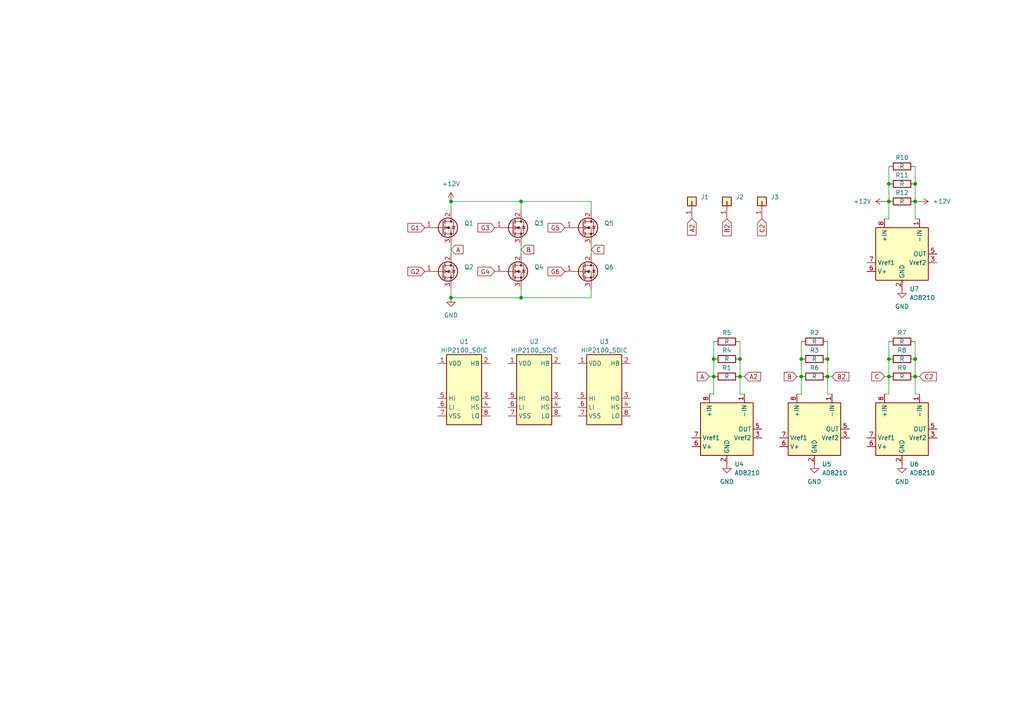
<source format=kicad_sch>
(kicad_sch (version 20230121) (generator eeschema)
  (paper "A4")
  (lib_symbols
    (symbol "+12V_1" (power) (pin_names (offset 0))
      (property "Value" "+12V_1" (at 0 3.81 90))
      (symbol "+12V_1_0_1"
        (polyline (pts (xy -0.762 1.27) (xy 0 2.54)))
        (polyline (pts (xy 0 0) (xy 0 2.54)))
        (polyline (pts (xy 0 2.54) (xy 0.762 1.27)))
      )
      (symbol "+12V_1_1_1"
        (pin power_in line (at 0 0 90) (length 0) hide (name "+12V") (number "1"))
      )
    )
    (symbol "Amplifier_Current:AD8210"
      (property "Reference" "U" (at -7.62 10.795 0))
      (property "Value" "AD8210" (at -7.62 8.89 0))
      (symbol "AD8210_0_1"
        (rectangle (start -7.62 7.62) (end 7.62 -7.62) (stroke (width 0.254)) (fill (type background)))
      )
      (symbol "AD8210_1_1"
        (pin input line (at 5.08 10.16 270) (length 2.54) (name "-IN") (number "1"))
        (pin power_in line (at 0 -10.16 90) (length 2.54) (name "GND") (number "2"))
        (pin input line (at 10.16 -2.54 180) (length 2.54) (name "Vref2") (number "3"))
        (pin no_connect line (at 2.54 -7.62 90) (length 2.54) hide (name "NC") (number "4"))
        (pin output line (at 10.16 0 180) (length 2.54) (name "OUT") (number "5"))
        (pin power_in line (at -10.16 -5.08 0) (length 2.54) (name "V+") (number "6"))
        (pin input line (at -10.16 -2.54 0) (length 2.54) (name "Vref1") (number "7"))
        (pin input line (at -5.08 10.16 270) (length 2.54) (name "+IN") (number "8"))
      )
    )
    (symbol "Connector_Generic:Conn_01x01" (pin_names (offset 1.016) hide)
      (property "Reference" "J" (at 0 2.54 0))
      (property "Value" "Conn_01x01" (at 0 -2.54 0))
      (symbol "Conn_01x01_1_1"
        (rectangle (start -1.27 0.127) (end 0 -0.127) (stroke (width 0.1524)))
        (rectangle (start -1.27 1.27) (end 1.27 -1.27) (stroke (width 0.254)) (fill (type background)))
        (pin passive line (at -5.08 0 0) (length 3.81) (name "Pin_1") (number "1"))
      )
    )
    (symbol "Device:R" (pin_numbers hide) (pin_names (offset 0))
      (property "Reference" "R" (at 2.032 0 90))
      (property "Value" "R" (at 0 0 90))
      (symbol "R_0_1"
        (rectangle (start -1.016 -2.54) (end 1.016 2.54) (stroke (width 0.254)))
      )
      (symbol "R_1_1"
        (pin passive line (at 0 3.81 270) (length 1.27) (name "~") (number "1"))
        (pin passive line (at 0 -3.81 90) (length 1.27) (name "~") (number "2"))
      )
    )
    (symbol "Driver_FET:HIP2100_SOIC"
      (property "Reference" "U" (at 0 13.335 0))
      (property "Value" "HIP2100_SOIC" (at 0 11.43 0))
      (symbol "HIP2100_SOIC_0_1"
        (rectangle (start -5.08 -10.16) (end 5.08 10.16) (stroke (width 0.254)) (fill (type background)))
      )
      (symbol "HIP2100_SOIC_1_1"
        (pin power_in line (at -7.62 7.62 0) (length 2.54) (name "VDD") (number "1"))
        (pin passive line (at 7.62 7.62 180) (length 2.54) (name "HB") (number "2"))
        (pin output line (at 7.62 -2.54 180) (length 2.54) (name "HO") (number "3"))
        (pin passive line (at 7.62 -5.08 180) (length 2.54) (name "HS") (number "4"))
        (pin input line (at -7.62 -2.54 0) (length 2.54) (name "HI") (number "5"))
        (pin input line (at -7.62 -5.08 0) (length 2.54) (name "LI") (number "6"))
        (pin power_in line (at -7.62 -7.62 0) (length 2.54) (name "VSS") (number "7"))
        (pin output line (at 7.62 -7.62 180) (length 2.54) (name "LO") (number "8"))
      )
    )
    (symbol "Transistor_FET:BSP89" (pin_names hide)
      (property "Reference" "Q" (at 5.08 1.905 0))
      (property "Value" "BSP89" (at 5.08 0 0))
      (symbol "BSP89_0_1"
        (polyline (pts (xy 0.254 0) (xy -2.54 0)))
        (polyline (pts (xy 0.254 1.905) (xy 0.254 -1.905)) (stroke (width 0.254)))
        (polyline (pts (xy 0.762 -1.27) (xy 0.762 -2.286)) (stroke (width 0.254)))
        (polyline (pts (xy 0.762 0.508) (xy 0.762 -0.508)) (stroke (width 0.254)))
        (polyline (pts (xy 0.762 2.286) (xy 0.762 1.27)) (stroke (width 0.254)))
        (polyline (pts (xy 2.54 2.54) (xy 2.54 1.778)))
        (polyline (pts (xy 2.54 -2.54) (xy 2.54 0) (xy 0.762 0)))
        (polyline (pts (xy 0.762 -1.778) (xy 3.302 -1.778) (xy 3.302 1.778) (xy 0.762 1.778)))
        (polyline (pts (xy 1.016 0) (xy 2.032 0.381) (xy 2.032 -0.381) (xy 1.016 0)) (fill (type outline)))
        (polyline (pts (xy 2.794 0.508) (xy 2.921 0.381) (xy 3.683 0.381) (xy 3.81 0.254)))
        (polyline (pts (xy 3.302 0.381) (xy 2.921 -0.254) (xy 3.683 -0.254) (xy 3.302 0.381)))
        (circle (center 1.651 0) (radius 2.794) (stroke (width 0.254)))
        (circle (center 2.54 -1.778) (radius 0.254) (fill (type outline)))
        (circle (center 2.54 1.778) (radius 0.254) (fill (type outline)))
      )
      (symbol "BSP89_1_1"
        (pin input line (at -5.08 0 0) (length 2.54) (name "G") (number "1"))
        (pin passive line (at 2.54 5.08 270) (length 2.54) (name "D") (number "2"))
        (pin passive line (at 2.54 -5.08 90) (length 2.54) (name "S") (number "3"))
      )
    )
    (symbol "power:+12V" (power) (pin_names (offset 0))
      (property "Value" "+12V" (at 0 3.556 0))
      (symbol "+12V_0_1"
        (polyline (pts (xy -0.762 1.27) (xy 0 2.54)))
        (polyline (pts (xy 0 0) (xy 0 2.54)))
        (polyline (pts (xy 0 2.54) (xy 0.762 1.27)))
      )
      (symbol "+12V_1_1"
        (pin power_in line (at 0 0 90) (length 0) hide (name "+12V") (number "1"))
      )
    )
    (symbol "power:GND" (power) (pin_names (offset 0))
      (property "Value" "GND" (at 0 -3.81 0))
      (symbol "GND_0_1"
        (polyline (pts (xy 0 0) (xy 0 -1.27) (xy 1.27 -1.27) (xy 0 -2.54) (xy -1.27 -1.27) (xy 0 -1.27)))
      )
      (symbol "GND_1_1"
        (pin power_in line (at 0 0 270) (length 0) hide (name "GND") (number "1"))
      )
    )
  )
  (junction (at 214.63 104.14))
  (junction (at 257.81 109.22))
  (junction (at 265.43 58.42))
  (junction (at 265.43 104.14))
  (junction (at 151.13 86.36))
  (junction (at 130.81 58.42))
  (junction (at 232.41 109.22))
  (junction (at 130.81 86.36))
  (junction (at 240.03 109.22))
  (junction (at 265.43 109.22))
  (junction (at 265.43 53.34))
  (junction (at 257.81 53.34))
  (junction (at 232.41 104.14))
  (junction (at 151.13 58.42))
  (junction (at 207.01 104.14))
  (junction (at 257.81 58.42))
  (junction (at 240.03 104.14))
  (junction (at 257.81 104.14))
  (junction (at 214.63 109.22))
  (junction (at 207.01 109.22))
  (wire (pts (xy 130.81 58.42) (xy 151.13 58.42)))
  (wire (pts (xy 257.81 48.26) (xy 257.81 53.34)))
  (wire (pts (xy 265.43 104.14) (xy 265.43 109.22)))
  (wire (pts (xy 171.45 71.12) (xy 171.45 73.66)))
  (wire (pts (xy 256.54 58.42) (xy 257.81 58.42)))
  (wire (pts (xy 171.45 83.82) (xy 171.45 86.36)))
  (wire (pts (xy 265.43 63.5) (xy 266.7 63.5)))
  (wire (pts (xy 257.81 104.14) (xy 257.81 109.22)))
  (wire (pts (xy 240.03 104.14) (xy 240.03 109.22)))
  (wire (pts (xy 257.81 63.5) (xy 256.54 63.5)))
  (wire (pts (xy 130.81 71.12) (xy 130.81 73.66)))
  (wire (pts (xy 151.13 71.12) (xy 151.13 73.66)))
  (wire (pts (xy 240.03 109.22) (xy 240.03 114.3)))
  (wire (pts (xy 232.41 109.22) (xy 232.41 114.3)))
  (wire (pts (xy 207.01 104.14) (xy 207.01 109.22)))
  (wire (pts (xy 130.81 60.96) (xy 130.81 58.42)))
  (wire (pts (xy 240.03 99.06) (xy 240.03 104.14)))
  (wire (pts (xy 265.43 58.42) (xy 266.7 58.42)))
  (wire (pts (xy 214.63 114.3) (xy 215.9 114.3)))
  (wire (pts (xy 171.45 86.36) (xy 151.13 86.36)))
  (wire (pts (xy 214.63 104.14) (xy 214.63 109.22)))
  (wire (pts (xy 214.63 109.22) (xy 215.9 109.22)))
  (wire (pts (xy 232.41 104.14) (xy 232.41 109.22)))
  (wire (pts (xy 232.41 99.06) (xy 232.41 104.14)))
  (wire (pts (xy 205.74 109.22) (xy 207.01 109.22)))
  (wire (pts (xy 240.03 109.22) (xy 241.3 109.22)))
  (wire (pts (xy 257.81 109.22) (xy 257.81 114.3)))
  (wire (pts (xy 257.81 53.34) (xy 257.81 58.42)))
  (wire (pts (xy 130.81 86.36) (xy 151.13 86.36)))
  (wire (pts (xy 232.41 114.3) (xy 231.14 114.3)))
  (wire (pts (xy 207.01 109.22) (xy 207.01 114.3)))
  (wire (pts (xy 257.81 58.42) (xy 257.81 63.5)))
  (wire (pts (xy 214.63 109.22) (xy 214.63 114.3)))
  (wire (pts (xy 207.01 99.06) (xy 207.01 104.14)))
  (wire (pts (xy 265.43 109.22) (xy 266.7 109.22)))
  (wire (pts (xy 171.45 60.96) (xy 171.45 58.42)))
  (wire (pts (xy 151.13 86.36) (xy 151.13 83.82)))
  (wire (pts (xy 265.43 53.34) (xy 265.43 58.42)))
  (wire (pts (xy 214.63 99.06) (xy 214.63 104.14)))
  (wire (pts (xy 257.81 99.06) (xy 257.81 104.14)))
  (wire (pts (xy 265.43 109.22) (xy 265.43 114.3)))
  (wire (pts (xy 231.14 109.22) (xy 232.41 109.22)))
  (wire (pts (xy 265.43 114.3) (xy 266.7 114.3)))
  (wire (pts (xy 256.54 109.22) (xy 257.81 109.22)))
  (wire (pts (xy 151.13 58.42) (xy 151.13 60.96)))
  (wire (pts (xy 265.43 48.26) (xy 265.43 53.34)))
  (wire (pts (xy 207.01 114.3) (xy 205.74 114.3)))
  (wire (pts (xy 265.43 58.42) (xy 265.43 63.5)))
  (wire (pts (xy 265.43 99.06) (xy 265.43 104.14)))
  (wire (pts (xy 171.45 58.42) (xy 151.13 58.42)))
  (wire (pts (xy 130.81 83.82) (xy 130.81 86.36)))
  (wire (pts (xy 257.81 114.3) (xy 256.54 114.3)))
  (wire (pts (xy 240.03 114.3) (xy 241.3 114.3)))
  (global_label "B" (shape input) (at 151.13 72.39 0) (property "Intersheetrefs" "${INTERSHEET_REFS}" (effects hide)))
  (global_label "C" (shape input) (at 256.54 109.22 180) (property "Intersheetrefs" "${INTERSHEET_REFS}" (effects hide)))
  (global_label "G1" (shape input) (at 123.19 66.04 180) (property "Intersheetrefs" "${INTERSHEET_REFS}" (effects hide)))
  (global_label "A" (shape input) (at 130.81 72.39 0) (property "Intersheetrefs" "${INTERSHEET_REFS}" (effects hide)))
  (global_label "G3" (shape input) (at 143.51 66.04 180) (property "Intersheetrefs" "${INTERSHEET_REFS}" (effects hide)))
  (global_label "A" (shape input) (at 205.74 109.22 180) (property "Intersheetrefs" "${INTERSHEET_REFS}" (effects hide)))
  (global_label "C" (shape input) (at 171.45 72.39 0) (property "Intersheetrefs" "${INTERSHEET_REFS}" (effects hide)))
  (global_label "B2" (shape input) (at 210.82 63.5 270) (property "Intersheetrefs" "${INTERSHEET_REFS}" (effects hide)))
  (global_label "C2" (shape input) (at 220.98 63.5 270) (property "Intersheetrefs" "${INTERSHEET_REFS}" (effects hide)))
  (global_label "B" (shape input) (at 231.14 109.22 180) (property "Intersheetrefs" "${INTERSHEET_REFS}" (effects hide)))
  (global_label "C2" (shape input) (at 266.7 109.22 0) (property "Intersheetrefs" "${INTERSHEET_REFS}" (effects hide)))
  (global_label "G2" (shape input) (at 123.19 78.74 180) (property "Intersheetrefs" "${INTERSHEET_REFS}" (effects hide)))
  (global_label "G6" (shape input) (at 163.83 78.74 180) (property "Intersheetrefs" "${INTERSHEET_REFS}" (effects hide)))
  (global_label "A2" (shape input) (at 200.66 63.5 270) (property "Intersheetrefs" "${INTERSHEET_REFS}" (effects hide)))
  (global_label "A2" (shape input) (at 215.9 109.22 0) (property "Intersheetrefs" "${INTERSHEET_REFS}" (effects hide)))
  (global_label "G5" (shape input) (at 163.83 66.04 180) (property "Intersheetrefs" "${INTERSHEET_REFS}" (effects hide)))
  (global_label "B2" (shape input) (at 241.3 109.22 0) (property "Intersheetrefs" "${INTERSHEET_REFS}" (effects hide)))
  (global_label "G4" (shape input) (at 143.51 78.74 180) (property "Intersheetrefs" "${INTERSHEET_REFS}" (effects hide)))
  (symbol (lib_id "Transistor_FET:BSP89") (at 128.27 78.74 0) (unit 1)
    (property "Reference" "Q2" (at 134.62 77.47 0) (effects (justify left)))
    (property "Value" "BSP89" (effects hide))
    (property "Footprint" "Package_TO_SOT_SMD:TO-263-2" (effects hide))
    (property "Datasheet" "https://www.infineon.com/dgdl/Infineon-BSP89-DS-v02_02-en.pdf?fileId=db3a30433b47825b013b4b8a07f90d55" (effects hide))
  )
  (symbol (lib_id "Connector_Generic:Conn_01x01") (at 220.98 58.42 90) (unit 1)
    (property "Reference" "J3" (at 223.52 57.15 90) (effects (justify right)))
    (property "Value" "Conn_01x01" (effects hide))
  )
  (symbol (lib_id "power:GND") (at 210.82 134.62 0) (unit 1)
    (property "Reference" "#PWR03" (effects hide))
    (property "Value" "GND" (at 210.82 139.7 0))
  )
  (symbol (lib_id "Device:R") (at 210.82 99.06 90) (unit 1)
    (property "Reference" "R5" (at 210.82 96.52 90))
    (property "Value" "R" (at 210.82 99.06 90))
    (property "Footprint" "Resistor_SMD:R_2512_6332Metric_Pad1.40x3.35mm_HandSolder" (effects hide))
  )
  (symbol (lib_id "Device:R") (at 210.82 104.14 90) (unit 1)
    (property "Reference" "R4" (at 210.82 101.6 90))
    (property "Value" "R" (at 210.82 104.14 90))
    (property "Footprint" "Resistor_SMD:R_2512_6332Metric_Pad1.40x3.35mm_HandSolder" (effects hide))
  )
  (symbol (lib_id "Device:R") (at 236.22 109.22 90) (unit 1)
    (property "Reference" "R6" (at 236.22 106.68 90))
    (property "Value" "R" (at 236.22 109.22 90))
    (property "Footprint" "Resistor_SMD:R_2512_6332Metric_Pad1.40x3.35mm_HandSolder" (effects hide))
  )
  (symbol (lib_id "Device:R") (at 236.22 99.06 90) (unit 1)
    (property "Reference" "R2" (at 236.22 96.52 90))
    (property "Value" "R" (at 236.22 99.06 90))
    (property "Footprint" "Resistor_SMD:R_2512_6332Metric_Pad1.40x3.35mm_HandSolder" (effects hide))
  )
  (symbol (lib_id "Amplifier_Current:AD8210") (at 210.82 124.46 0) (unit 1)
    (property "Reference" "U4" (at 213.0141 134.62 0) (effects (justify left)))
    (property "Value" "AD8210" (at 213.0141 137.16 0) (effects (justify left)))
    (property "Footprint" "Package_SO:SOIC-8_3.9x4.9mm_P1.27mm" (effects hide))
    (property "Datasheet" "https://www.analog.com/media/en/technical-documentation/data-sheets/AD8210.pdf" (effects hide))
  )
  (symbol (lib_id "Device:R") (at 261.62 109.22 90) (unit 1)
    (property "Reference" "R9" (at 261.62 106.68 90))
    (property "Value" "R" (at 261.62 109.22 90))
    (property "Footprint" "Resistor_SMD:R_2512_6332Metric_Pad1.40x3.35mm_HandSolder" (effects hide))
  )
  (symbol (lib_id "Amplifier_Current:AD8210") (at 236.22 124.46 0) (unit 1)
    (property "Reference" "U5" (at 238.4141 134.62 0) (effects (justify left)))
    (property "Value" "AD8210" (at 238.4141 137.16 0) (effects (justify left)))
    (property "Footprint" "Package_SO:SOIC-8_3.9x4.9mm_P1.27mm" (effects hide))
    (property "Datasheet" "https://www.analog.com/media/en/technical-documentation/data-sheets/AD8210.pdf" (effects hide))
  )
  (symbol (lib_id "Device:R") (at 236.22 104.14 90) (unit 1)
    (property "Reference" "R3" (at 236.22 101.6 90))
    (property "Value" "R" (at 236.22 104.14 90))
    (property "Footprint" "Resistor_SMD:R_2512_6332Metric_Pad1.40x3.35mm_HandSolder" (effects hide))
  )
  (symbol (lib_id "Device:R") (at 261.62 53.34 90) (unit 1)
    (property "Reference" "R11" (at 261.62 50.8 90))
    (property "Value" "R" (at 261.62 53.34 90))
    (property "Footprint" "Resistor_SMD:R_2512_6332Metric_Pad1.40x3.35mm_HandSolder" (effects hide))
  )
  (symbol (lib_name "+12V_1") (lib_id "power:+12V") (at 130.81 58.42 0) (unit 1)
    (property "Reference" "#PWR09" (effects hide))
    (property "Value" "+12V_OUT" (at 130.81 53.34 0))
  )
  (symbol (lib_id "power:GND") (at 236.22 134.62 0) (unit 1)
    (property "Reference" "#PWR04" (effects hide))
    (property "Value" "GND" (at 236.22 139.7 0))
  )
  (symbol (lib_name "+12V_1") (lib_id "power:+12V") (at 266.7 58.42 270) (unit 1)
    (property "Reference" "#PWR08" (effects hide))
    (property "Value" "+12V_OUT" (at 270.51 58.42 90) (effects (justify left)))
  )
  (symbol (lib_id "Device:R") (at 210.82 109.22 90) (unit 1)
    (property "Reference" "R1" (at 210.82 106.68 90))
    (property "Value" "R" (at 210.82 109.22 90))
    (property "Footprint" "Resistor_SMD:R_2512_6332Metric_Pad1.40x3.35mm_HandSolder" (effects hide))
  )
  (symbol (lib_id "Transistor_FET:BSP89") (at 148.59 66.04 0) (unit 1)
    (property "Reference" "Q3" (at 154.94 64.77 0) (effects (justify left)))
    (property "Value" "BSP89" (effects hide))
    (property "Footprint" "Package_TO_SOT_SMD:TO-263-2" (effects hide))
    (property "Datasheet" "https://www.infineon.com/dgdl/Infineon-BSP89-DS-v02_02-en.pdf?fileId=db3a30433b47825b013b4b8a07f90d55" (effects hide))
  )
  (symbol (lib_id "power:GND") (at 261.62 83.82 0) (unit 1)
    (property "Reference" "#PWR06" (effects hide))
    (property "Value" "GND" (at 261.62 88.9 0))
  )
  (symbol (lib_id "Device:R") (at 261.62 104.14 90) (unit 1)
    (property "Reference" "R8" (at 261.62 101.6 90))
    (property "Value" "R" (at 261.62 104.14 90))
    (property "Footprint" "Resistor_SMD:R_2512_6332Metric_Pad1.40x3.35mm_HandSolder" (effects hide))
  )
  (symbol (lib_id "Connector_Generic:Conn_01x01") (at 210.82 58.42 90) (unit 1)
    (property "Reference" "J2" (at 213.36 57.15 90) (effects (justify right)))
    (property "Value" "Conn_01x01" (effects hide))
  )
  (symbol (lib_id "Connector_Generic:Conn_01x01") (at 200.66 58.42 90) (unit 1)
    (property "Reference" "J1" (at 203.2 57.15 90) (effects (justify right)))
    (property "Value" "Conn_01x01" (effects hide))
  )
  (symbol (lib_id "Driver_FET:HIP2100_SOIC") (at 175.26 113.03 0) (unit 1)
    (property "Reference" "U3" (at 175.26 99.06 0))
    (property "Value" "HIP2100_SOIC" (at 175.26 101.6 0))
    (property "Footprint" "Package_SO:SOIC-8_3.9x4.9mm_P1.27mm" (effects hide))
    (property "Datasheet" "http://www.intersil.com/content/dam/Intersil/documents/hip2/hip2100.pdf" (effects hide))
  )
  (symbol (lib_id "power:GND") (at 130.81 86.36 0) (unit 1)
    (property "Reference" "#PWR02" (effects hide))
    (property "Value" "GND" (at 130.81 91.44 0))
  )
  (symbol (lib_id "power:GND") (at 261.62 134.62 0) (unit 1)
    (property "Reference" "#PWR05" (effects hide))
    (property "Value" "GND" (at 261.62 139.7 0))
  )
  (symbol (lib_id "Amplifier_Current:AD8210") (at 261.62 124.46 0) (unit 1)
    (property "Reference" "U6" (at 263.8141 134.62 0) (effects (justify left)))
    (property "Value" "AD8210" (at 263.8141 137.16 0) (effects (justify left)))
    (property "Footprint" "Package_SO:SOIC-8_3.9x4.9mm_P1.27mm" (effects hide))
    (property "Datasheet" "https://www.analog.com/media/en/technical-documentation/data-sheets/AD8210.pdf" (effects hide))
  )
  (symbol (lib_id "Device:R") (at 261.62 48.26 90) (unit 1)
    (property "Reference" "R10" (at 261.62 45.72 90))
    (property "Value" "R" (at 261.62 48.26 90))
    (property "Footprint" "Resistor_SMD:R_2512_6332Metric_Pad1.40x3.35mm_HandSolder" (effects hide))
  )
  (symbol (lib_id "Transistor_FET:BSP89") (at 168.91 78.74 0) (unit 1)
    (property "Reference" "Q6" (at 175.26 77.47 0) (effects (justify left)))
    (property "Value" "BSP89" (effects hide))
    (property "Footprint" "Package_TO_SOT_SMD:TO-263-2" (effects hide))
    (property "Datasheet" "https://www.infineon.com/dgdl/Infineon-BSP89-DS-v02_02-en.pdf?fileId=db3a30433b47825b013b4b8a07f90d55" (effects hide))
  )
  (symbol (lib_id "Transistor_FET:BSP89") (at 148.59 78.74 0) (unit 1)
    (property "Reference" "Q4" (at 154.94 77.47 0) (effects (justify left)))
    (property "Value" "BSP89" (effects hide))
    (property "Footprint" "Package_TO_SOT_SMD:TO-263-2" (effects hide))
    (property "Datasheet" "https://www.infineon.com/dgdl/Infineon-BSP89-DS-v02_02-en.pdf?fileId=db3a30433b47825b013b4b8a07f90d55" (effects hide))
  )
  (symbol (lib_id "Device:R") (at 261.62 99.06 90) (unit 1)
    (property "Reference" "R7" (at 261.62 96.52 90))
    (property "Value" "R" (at 261.62 99.06 90))
    (property "Footprint" "Resistor_SMD:R_2512_6332Metric_Pad1.40x3.35mm_HandSolder" (effects hide))
  )
  (symbol (lib_id "Transistor_FET:BSP89") (at 128.27 66.04 0) (unit 1)
    (property "Reference" "Q1" (at 134.62 64.77 0) (effects (justify left)))
    (property "Value" "BSP89" (effects hide))
    (property "Footprint" "Package_TO_SOT_SMD:TO-263-2" (effects hide))
    (property "Datasheet" "https://www.infineon.com/dgdl/Infineon-BSP89-DS-v02_02-en.pdf?fileId=db3a30433b47825b013b4b8a07f90d55" (effects hide))
  )
  (symbol (lib_id "Driver_FET:HIP2100_SOIC") (at 154.94 113.03 0) (unit 1)
    (property "Reference" "U2" (at 154.94 99.06 0))
    (property "Value" "HIP2100_SOIC" (at 154.94 101.6 0))
    (property "Footprint" "Package_SO:SOIC-8_3.9x4.9mm_P1.27mm" (effects hide))
    (property "Datasheet" "http://www.intersil.com/content/dam/Intersil/documents/hip2/hip2100.pdf" (effects hide))
  )
  (symbol (lib_id "power:+12V") (at 256.54 58.42 90) (unit 1)
    (property "Reference" "#PWR07" (effects hide))
    (property "Value" "+12V" (at 252.73 58.42 90) (effects (justify left)))
  )
  (symbol (lib_id "Amplifier_Current:AD8210") (at 261.62 73.66 0) (unit 1)
    (property "Reference" "U7" (at 263.8141 83.82 0) (effects (justify left)))
    (property "Value" "AD8210" (at 263.8141 86.36 0) (effects (justify left)))
    (property "Footprint" "Package_SO:SOIC-8_3.9x4.9mm_P1.27mm" (effects hide))
    (property "Datasheet" "https://www.analog.com/media/en/technical-documentation/data-sheets/AD8210.pdf" (effects hide))
  )
  (symbol (lib_id "Device:R") (at 261.62 58.42 90) (unit 1)
    (property "Reference" "R12" (at 261.62 55.88 90))
    (property "Value" "R" (at 261.62 58.42 90))
    (property "Footprint" "Resistor_SMD:R_2512_6332Metric_Pad1.40x3.35mm_HandSolder" (effects hide))
  )
  (symbol (lib_id "Driver_FET:HIP2100_SOIC") (at 134.62 113.03 0) (unit 1)
    (property "Reference" "U1" (at 134.62 99.06 0))
    (property "Value" "HIP2100_SOIC" (at 134.62 101.6 0))
    (property "Footprint" "Package_SO:SOIC-8_3.9x4.9mm_P1.27mm" (effects hide))
    (property "Datasheet" "http://www.intersil.com/content/dam/Intersil/documents/hip2/hip2100.pdf" (effects hide))
  )
  (symbol (lib_id "Transistor_FET:BSP89") (at 168.91 66.04 0) (unit 1)
    (property "Reference" "Q5" (at 175.26 64.77 0) (effects (justify left)))
    (property "Value" "BSP89" (effects hide))
    (property "Footprint" "Package_TO_SOT_SMD:TO-263-2" (effects hide))
    (property "Datasheet" "https://www.infineon.com/dgdl/Infineon-BSP89-DS-v02_02-en.pdf?fileId=db3a30433b47825b013b4b8a07f90d55" (effects hide))
  )
)
</source>
